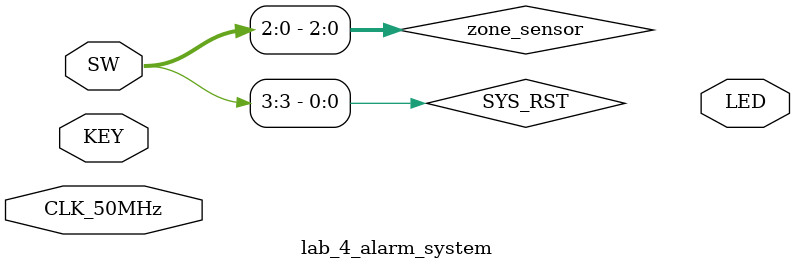
<source format=v>

module lab_4_alarm_system (
  input CLK_50MHz,
  input [3:0] SW,
  input [1:0] KEY,
  output [7:0] LED
);

//    -------------------------------------------------------------------------------------------------
//   |    7     |    6    |    5    |      4     |      3     |     2      |      1       |     0      |
//    -------------------------------------------------------------------------------------------------
//   | DISARMED | ARMED/T | ------- | T (zone 3) | T (zone 2) | T (zone 1) | T (flashing) |     T      |
//    -------------------------------------------------------------------------------------------------

//=============================================
// ==> Wires / registers
//=============================================

wire SYS_RST;
wire [2:0] zone_clk;
wire [2:0] zone_sensor;

wire CLK_10Hz;
wire current_state;

wire [2:0] zone_light;
wire armed;
wire triggered;
wire disarmed;
wire strobe_light;

wire panic_key;
wire panic_rst;
wire arm_key;
wire arm_rst;

reg [7:0] LED_REG;

//=============================================
// ==> Input connections
//=============================================

assign zone_sensor[0]   = SW[0];
assign zone_sensor[1]   = SW[1];
assign zone_sensor[2]   = SW[2];
assign SYS_RST          = SW[3];

//=============================================
// ==> SR latches for the keys
//=============================================

// sr_latch sr(
//   .S(~KEY[0]),
//   .R(SYS_RST | panic_rst),
//   .Q(panic_key)
// );
//
// sr_latch sr1(
//   .S(~KEY[1]),
//   .R(SYS_RST | arm_rst),
//   .Q(arm_key)
// );

key_debounce kd1(
  .iCLK(CLK_50MHz),
  .iRST(SYS_RST),
  .in(~KEY[0]),
  .out(panic_key)
);

key_debounce kd2(
  .iCLK(CLK_50MHz),
  .iRST(SYS_RST),
  .in(~KEY[1]),
  .out(arm_key)
);

//=============================================
// ==> Clock sources
//=============================================

// Generate a 3 kHz clk with a prescaler of 2^14
// - 50MHz / 2^14 ==>     327.68 us for half cycle
// - So, 500Hz / 2^13 ==> 327.68 us for full cycle
wire CLK_3kHz;
clk_src #(14 - 1'b1) clk0(
  .iCLK(CLK_50MHz),
  .iRST(SYS_RST),
  .start_at(13'h00),
  .out(CLK_3kHz)
);

// Generate 10 Hz or 100 ms clk (50ms LOW, 50ms HIGH)
// - We need to figure out the number count required with 3 kHz clk
// - 100 ms / 327.68 us = 305 counts
// - Again, this values should be devided by 2 which gives 152
// - So, we need at least 2^8 = 256 counter
// - So, start counting from 256 - 152 = 102
wire CLK_1ms;
clk_src #(8) clk1(
  .iCLK(CLK_3kHz),
  .iRST(SYS_RST),
  .start_at(8'd102),
  .out(CLK_100ms)
);

// 10 sec          = 100 ms * 100
// 5 sec           = 100 ms * 50
// 2.5 Hz = 400 ms = 100 ms * 4

reg [2:0] x;
reg [3:0] counter_400ms;
reg [5:0] counter_5sec;
reg [6:0] counter_10sec;


always @(posedge CLK_100ms, posedge SYS_RST) begin
  if (SYS_RST) begin
    x = 0;
    counter_400ms = 0;
    counter_5sec = 0;
    counter_10sec = 0;
  end
  else begin
    if (counter_400ms == 4'd2) begin
      x[0] = ~x[0];
      counter_400ms = 0;
    end
    if (counter_5sec == 6'd50) begin
      x[1] = ~x[1];
      counter_5sec = 0;
    end
    if (counter_10sec == 7'd100) begin
      x[2] = ~x[2];
      counter_10sec = 0;
    end
    counter_400ms = counter_400ms + 1'b1;
    counter_5sec = counter_5sec + 1'b1;
    counter_10sec = counter_10sec + 1'b1;
  end
end

//=============================================
// ==> State machine
//=============================================

// state_machine fsm(
//   .iCLK(CLK_10Hz),
//   .RST(SYS_RST),
//   .panic_key(panic_key),
//   .arm_key(arm_key),
//   .zone_sensor(),
//   .state(current_state)
// );
//
// parameter RESET         = 4'h0;
// parameter DISAREMED     = 4'h1;
// parameter ARMED_PENDING = 4'h2;
// parameter ARMED         = 4'h3;
// parameter PANIC         = 4'hf;
//
// always @(current_state) begin
//   LED_REG[5] = 1'b0;
//
//   case (current_state)
//     RESET: begin
//       LED_REG = 8'b00000000;
//     end
//     DISAREMED: begin
//       LED_REG[0] = 1'b0;
//       LED_REG[1] = 1'b0;
//       LED_REG[4:2] = zone_sensor[2:0];
//       LED_REG[6] = 1'b0;
//       LED_REG[7] = 1'b1;
//     end
//     ARMED_PENDING: begin
//       LED_REG = 8'b10000000;
//     end
//     ARMED: begin
//       LED_REG = 8'b01000000;
//     end
//     PANIC: begin
//       LED_REG[0] = 1'b1;
//       LED_REG[1] = strobe_light;
//       LED_REG[7:2] = 6'b010000;
//     end
//     default: begin
//       // default state
//     end
//   endcase
//
// end

//=============================================
// ==> Output connections
//=============================================

// assign LED[7:0] = LED_REG[7:0];
//
// assign LED[0] = triggered;
// assign LED[1] = triggered? strobe_light : 1'b0;
//
// assign LED[2] = zone_light[0];
// assign LED[3] = zone_light[1];
// assign LED[4] = zone_light[2];
//
// assign LED[5] = 1'b0;
//
// assign LED[6] = armed | triggered;
// assign LED[7] = disarmed;

endmodule

</source>
